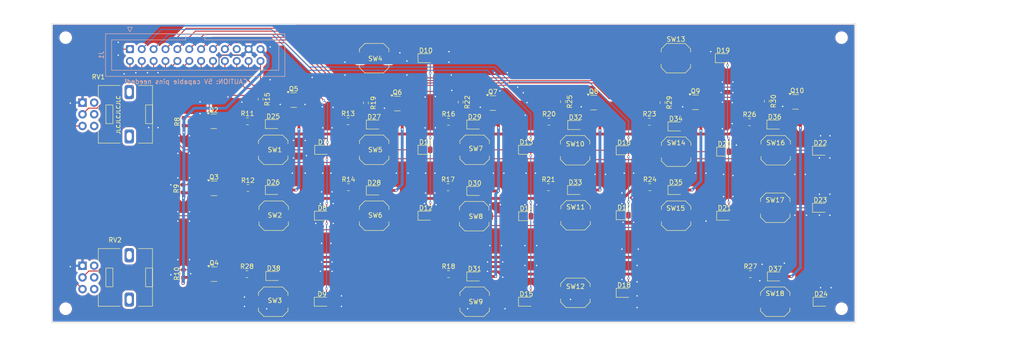
<source format=kicad_pcb>
(kicad_pcb
	(version 20240108)
	(generator "pcbnew")
	(generator_version "8.0")
	(general
		(thickness 1.6)
		(legacy_teardrops no)
	)
	(paper "A4")
	(layers
		(0 "F.Cu" signal)
		(31 "B.Cu" signal)
		(34 "B.Paste" user)
		(35 "F.Paste" user)
		(36 "B.SilkS" user "B.Silkscreen")
		(37 "F.SilkS" user "F.Silkscreen")
		(38 "B.Mask" user)
		(39 "F.Mask" user)
		(44 "Edge.Cuts" user)
		(45 "Margin" user)
		(46 "B.CrtYd" user "B.Courtyard")
		(47 "F.CrtYd" user "F.Courtyard")
		(48 "B.Fab" user)
		(49 "F.Fab" user)
	)
	(setup
		(stackup
			(layer "F.SilkS"
				(type "Top Silk Screen")
				(color "White")
			)
			(layer "F.Paste"
				(type "Top Solder Paste")
			)
			(layer "F.Mask"
				(type "Top Solder Mask")
				(color "Black")
				(thickness 0.01)
			)
			(layer "F.Cu"
				(type "copper")
				(thickness 0.035)
			)
			(layer "dielectric 1"
				(type "core")
				(thickness 1.51)
				(material "FR4")
				(epsilon_r 4.5)
				(loss_tangent 0.02)
			)
			(layer "B.Cu"
				(type "copper")
				(thickness 0.035)
			)
			(layer "B.Mask"
				(type "Bottom Solder Mask")
				(color "Black")
				(thickness 0.01)
			)
			(layer "B.Paste"
				(type "Bottom Solder Paste")
			)
			(layer "B.SilkS"
				(type "Bottom Silk Screen")
				(color "White")
			)
			(copper_finish "None")
			(dielectric_constraints yes)
		)
		(pad_to_mask_clearance 0)
		(allow_soldermask_bridges_in_footprints no)
		(aux_axis_origin 62.5 134)
		(grid_origin 62.5 134)
		(pcbplotparams
			(layerselection 0x00010fc_ffffffff)
			(plot_on_all_layers_selection 0x0000000_00000000)
			(disableapertmacros no)
			(usegerberextensions no)
			(usegerberattributes yes)
			(usegerberadvancedattributes yes)
			(creategerberjobfile yes)
			(dashed_line_dash_ratio 12.000000)
			(dashed_line_gap_ratio 3.000000)
			(svgprecision 4)
			(plotframeref no)
			(viasonmask no)
			(mode 1)
			(useauxorigin no)
			(hpglpennumber 1)
			(hpglpenspeed 20)
			(hpglpendiameter 15.000000)
			(pdf_front_fp_property_popups yes)
			(pdf_back_fp_property_popups yes)
			(dxfpolygonmode yes)
			(dxfimperialunits yes)
			(dxfusepcbnewfont yes)
			(psnegative no)
			(psa4output no)
			(plotreference yes)
			(plotvalue yes)
			(plotfptext yes)
			(plotinvisibletext no)
			(sketchpadsonfab no)
			(subtractmaskfromsilk no)
			(outputformat 1)
			(mirror no)
			(drillshape 1)
			(scaleselection 1)
			(outputdirectory "")
		)
	)
	(net 0 "")
	(net 1 "Net-(D7-K)")
	(net 2 "/Keys_Col1")
	(net 3 "Net-(D8-K)")
	(net 4 "Net-(D9-K)")
	(net 5 "Net-(D10-K)")
	(net 6 "/Keys_Col2")
	(net 7 "Net-(D11-K)")
	(net 8 "Net-(D12-K)")
	(net 9 "Net-(D13-K)")
	(net 10 "/Keys_Col3")
	(net 11 "Net-(D14-K)")
	(net 12 "Net-(D15-K)")
	(net 13 "Net-(D16-K)")
	(net 14 "/Keys_Col4")
	(net 15 "Net-(D17-K)")
	(net 16 "Net-(D18-K)")
	(net 17 "Net-(D19-K)")
	(net 18 "/Keys_Col5")
	(net 19 "Net-(D20-K)")
	(net 20 "Net-(D21-K)")
	(net 21 "Net-(D22-K)")
	(net 22 "/Keys_Col6")
	(net 23 "Net-(D23-K)")
	(net 24 "Net-(D24-K)")
	(net 25 "Net-(D25-K)")
	(net 26 "Net-(D25-A)")
	(net 27 "Net-(D26-K)")
	(net 28 "Net-(D27-K)")
	(net 29 "Net-(D27-A)")
	(net 30 "Net-(D28-K)")
	(net 31 "Net-(D29-A)")
	(net 32 "Net-(D29-K)")
	(net 33 "Net-(D30-K)")
	(net 34 "Net-(D31-K)")
	(net 35 "Net-(D32-A)")
	(net 36 "Net-(D32-K)")
	(net 37 "Net-(D33-K)")
	(net 38 "Net-(D34-K)")
	(net 39 "Net-(D34-A)")
	(net 40 "Net-(D35-K)")
	(net 41 "Net-(D36-K)")
	(net 42 "Net-(D36-A)")
	(net 43 "Net-(D37-K)")
	(net 44 "Net-(D38-K)")
	(net 45 "GND")
	(net 46 "+3V3")
	(net 47 "VBUS")
	(net 48 "/Lower")
	(net 49 "/Upper")
	(net 50 "Net-(Q2-D)")
	(net 51 "/LEDs_Row1")
	(net 52 "Net-(Q3-D)")
	(net 53 "/LEDs_Row2")
	(net 54 "Net-(Q4-D)")
	(net 55 "/LEDs_Row3")
	(net 56 "/LEDs_Col1")
	(net 57 "/LEDs_Col2")
	(net 58 "/LEDs_Col3")
	(net 59 "/LEDs_Col4")
	(net 60 "/LEDs_Col5")
	(net 61 "/LEDs_Col6")
	(net 62 "/Keys_Row2")
	(net 63 "/Keys_Row3")
	(net 64 "/Keys_Row1")
	(net 65 "/Keys_Row4")
	(net 66 "unconnected-(J1-Pin_19-Pad19)")
	(footprint "NiasStuff:SW_Push_1TS009xxxx-xxxx-xxxx_6x6x5mm" (layer "F.Cu") (at 196.05 77.4))
	(footprint "NiasStuff:SW_Push_1TS009xxxx-xxxx-xxxx_6x6x5mm" (layer "F.Cu") (at 109.9 129.5))
	(footprint "LED_SMD:LED_0805_2012Metric" (layer "F.Cu") (at 174.55 105.6))
	(footprint "Resistor_SMD:R_0805_2012Metric" (layer "F.Cu") (at 212 123.6))
	(footprint "Diode_SMD:D_0805_2012Metric" (layer "F.Cu") (at 142.5625 77.4))
	(footprint "NiasStuff:SW_Push_1TS009xxxx-xxxx-xxxx_6x6x5mm" (layer "F.Cu") (at 109.9 97))
	(footprint "Diode_SMD:D_0805_2012Metric" (layer "F.Cu") (at 164.0625 129.5))
	(footprint "LED_SMD:LED_0805_2012Metric" (layer "F.Cu") (at 217.3 124.1))
	(footprint "Resistor_SMD:R_0603_1608Metric" (layer "F.Cu") (at 193.2 86.9 -90))
	(footprint "Resistor_SMD:R_0603_1608Metric" (layer "F.Cu") (at 215.5 86.6 -90))
	(footprint "Resistor_SMD:R_0805_2012Metric" (layer "F.Cu") (at 211.8 91.1))
	(footprint "Package_TO_SOT_SMD:SOT-23" (layer "F.Cu") (at 221.6375 86.75))
	(footprint "Diode_SMD:D_0805_2012Metric" (layer "F.Cu") (at 226.9625 97.2))
	(footprint "NiasStuff:Potentiometer_Alps_RK09L_Double_Vertical" (layer "F.Cu") (at 69.1 86.9))
	(footprint "Package_TO_SOT_SMD:SOT-23" (layer "F.Cu") (at 178.4625 86.9))
	(footprint "Resistor_SMD:R_0603_1608Metric" (layer "F.Cu") (at 107.2 86.175 -90))
	(footprint "Resistor_SMD:R_0805_2012Metric" (layer "F.Cu") (at 104.2875 123.6))
	(footprint "NiasStuff:Potentiometer_Alps_RK09L_Double_Vertical" (layer "F.Cu") (at 69.1 121.8))
	(footprint "Package_TO_SOT_SMD:SOT-23" (layer "F.Cu") (at 97.2625 123.6))
	(footprint "Diode_SMD:D_0805_2012Metric" (layer "F.Cu") (at 184.9625 97.1))
	(footprint "NiasStuff:SW_Push_1TS009xxxx-xxxx-xxxx_6x6x5mm" (layer "F.Cu") (at 174.5 97.1))
	(footprint "NiasStuff:SW_Push_1TS009xxxx-xxxx-xxxx_6x6x5mm" (layer "F.Cu") (at 174.6 111))
	(footprint "Diode_SMD:D_0805_2012Metric" (layer "F.Cu") (at 164.1 111.2))
	(footprint "LED_SMD:LED_0805_2012Metric" (layer "F.Cu") (at 131.5 105.7))
	(footprint "MountingHole:MountingHole_2.2mm_M2" (layer "F.Cu") (at 65.5 131))
	(footprint "LED_SMD:LED_0805_2012Metric" (layer "F.Cu") (at 153 105.8))
	(footprint "Resistor_SMD:R_0603_1608Metric" (layer "F.Cu") (at 150 86.8 -90))
	(footprint "NiasStuff:SW_Push_1TS009xxxx-xxxx-xxxx_6x6x5mm" (layer "F.Cu") (at 217.4 97.1))
	(footprint "NiasStuff:SW_Push_1TS009xxxx-xxxx-xxxx_6x6x5mm" (layer "F.Cu") (at 217.3 109.4))
	(footprint "Package_TO_SOT_SMD:SOT-23" (layer "F.Cu") (at 97.2375 105.25))
	(footprint "MountingHole:MountingHole_2.2mm_M2"
		(layer "F.Cu")
		(uuid "4bdf88c0-f7f1-462d-a2a9-807d4f7d63cd")
		(at 231.5 131)
		(descr "Mounting Hole 2.2mm, no annular, M2")
		(tags "mounting hole 2.2mm no annular m2")
		(property "Reference" "H4"
			(at 0 -3.2 0)
			(layer "F.SilkS")
			(hide yes)
			(uuid "11c48cb6-0a59-4d46-aefe-ba9aa4c3d1a1")
			(effects
				(font
					(size 1 1)
					(thickness 0.15)
				)
			)
		)
		(property "Value" "MountingHole"
			(at 0 3.2 0)
			(layer "F.Fab")
			(uuid "f70718c8-add4-4cd5-a792-f1a2c9a112ec")
			(effects
				(font
					(size 1 1)
					(thickness 0.15)
				)
			)
		)
		(property "Footprint" "MountingHole:MountingHole_2.2mm_M2"
			(at 0 0 0)
			(unlocked yes)
			(layer "F.Fab")
			(hide yes)
			(uuid "51dccd3e-b10b-4e42-9496-25c795c9ed50")
			(effects
				(font
					(size 1.27 1.27)
				)
			)
		)
		(property "Datasheet" ""
			(at 0 0 0)
			(unlocked yes)
			(layer "F.Fab")
			(hide yes)
			(uuid "de770642-6f31-45af-817b-cefe09708689")
			(effects
				(font
					(size 1.27 1.27)
				)
			)
		)
		(property "Description" ""
			(at 0 0 0)
			(unlocked yes)
			(layer "F.Fab")
			(hide yes)
			(uuid "63bd49d9-ab10-4c08-b8c6-17d1ab1376b4")
			(effects
				(font
					(size 1.27 1.27)
				)
			)
		)
		(property ki_fp_filters "MountingHole*")
		(path "/e8d34eca-0f40-40a7-9957-e807d34ff0ba")
		(sheetname "Root")
		(sheetfile "xVU-ECAM.ki
... [827024 chars truncated]
</source>
